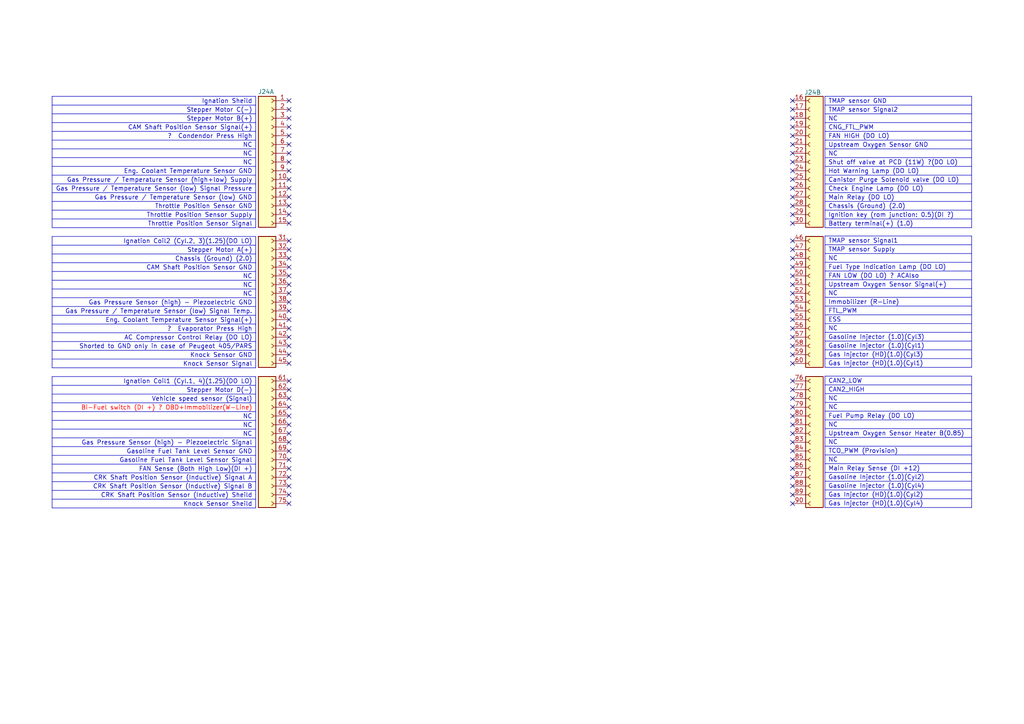
<source format=kicad_sch>
(kicad_sch (version 20250114) (generator "eeschema") (generator_version "9.0")
  (paper "A4")
  (lib_symbols
    (symbol "Conn_01x90_3Row_Socket_1" (pin_names (offset 1.016) (hide yes))
      (property "Reference" "J" (at 1.524 60.833 0))
      (property "Value" "Conn_01x90_3Row_Socket" (at 1.397 -61.214 0))
      (symbol "Conn_01x90_3Row_Socket_1_1_1"
        (pin passive line (at -4.318 58.42 0) (length 3.81) (name "A1") (number "1"))
        (pin passive line (at -4.318 55.88 0) (length 3.81) (name "A2") (number "2"))
        (pin passive line (at -4.318 53.34 0) (length 3.81) (name "A3") (number "3"))
        (pin passive line (at -4.318 50.8 0) (length 3.81) (name "A4") (number "4"))
        (pin passive line (at -4.318 48.26 0) (length 3.81) (name "A5") (number "5"))
        (pin passive line (at -4.318 45.72 0) (length 3.81) (name "A6") (number "6"))
        (pin passive line (at -4.318 43.18 0) (length 3.81) (name "A7") (number "7"))
        (pin passive line (at -4.318 40.64 0) (length 3.81) (name "A8") (number "8"))
        (pin passive line (at -4.318 38.1 0) (length 3.81) (name "A9") (number "9"))
        (pin passive line (at -4.318 35.56 0) (length 3.81) (name "A10") (number "10"))
        (pin passive line (at -4.318 33.02 0) (length 3.81) (name "A11") (number "11"))
        (pin passive line (at -4.318 30.48 0) (length 3.81) (name "A12") (number "12"))
        (pin passive line (at -4.318 27.94 0) (length 3.81) (name "A13") (number "13"))
        (pin passive line (at -4.318 25.4 0) (length 3.81) (name "A14") (number "14"))
        (pin passive line (at -4.318 22.86 0) (length 3.81) (name "A15") (number "15"))
        (pin passive line (at -4.318 17.78 0) (length 3.81) (name "A31") (number "31"))
        (pin passive line (at -4.318 15.24 0) (length 3.81) (name "A32") (number "32"))
        (pin passive line (at -4.318 12.7 0) (length 3.81) (name "A33") (number "33"))
        (pin passive line (at -4.318 10.16 0) (length 3.81) (name "A34") (number "34"))
        (pin passive line (at -4.318 7.62 0) (length 3.81) (name "A35") (number "35"))
        (pin passive line (at -4.318 5.08 0) (length 3.81) (name "A36") (number "36"))
        (pin passive line (at -4.318 2.54 0) (length 3.81) (name "A37") (number "37"))
        (pin passive line (at -4.318 0 0) (length 3.81) (name "A38") (number "38"))
        (pin passive line (at -4.318 -2.54 0) (length 3.81) (name "A39") (number "39"))
        (pin passive line (at -4.318 -5.08 0) (length 3.81) (name "A40") (number "40"))
        (pin passive line (at -4.318 -7.62 0) (length 3.81) (name "A41") (number "41"))
        (pin passive line (at -4.318 -10.16 0) (length 3.81) (name "A42") (number "42"))
        (pin passive line (at -4.318 -12.7 0) (length 3.81) (name "A43") (number "43"))
        (pin passive line (at -4.318 -15.24 0) (length 3.81) (name "A44") (number "44"))
        (pin passive line (at -4.318 -17.78 0) (length 3.81) (name "A45") (number "45"))
        (pin passive line (at -4.318 -22.86 0) (length 3.81) (name "A61") (number "61"))
        (pin passive line (at -4.318 -25.4 0) (length 3.81) (name "A62") (number "62"))
        (pin passive line (at -4.318 -27.94 0) (length 3.81) (name "A63") (number "63"))
        (pin passive line (at -4.318 -30.48 0) (length 3.81) (name "A64") (number "64"))
        (pin passive line (at -4.318 -33.02 0) (length 3.81) (name "A65") (number "65"))
        (pin passive line (at -4.318 -35.56 0) (length 3.81) (name "A66") (number "66"))
        (pin passive line (at -4.318 -38.1 0) (length 3.81) (name "A67") (number "67"))
        (pin passive line (at -4.318 -40.64 0) (length 3.81) (name "A68") (number "68"))
        (pin passive line (at -4.318 -43.18 0) (length 3.81) (name "A69") (number "69"))
        (pin passive line (at -4.318 -45.72 0) (length 3.81) (name "A70") (number "70"))
        (pin passive line (at -4.318 -48.26 0) (length 3.81) (name "A71") (number "71"))
        (pin passive line (at -4.318 -50.8 0) (length 3.81) (name "A72") (number "72"))
        (pin passive line (at -4.318 -53.34 0) (length 3.81) (name "A73") (number "73"))
        (pin passive line (at -4.318 -55.88 0) (length 3.81) (name "A74") (number "74"))
        (pin passive line (at -4.318 -58.42 0) (length 3.81) (name "A75") (number "75"))
      )
      (symbol "Conn_01x90_3Row_Socket_1_2_1"
        (pin passive line (at -4.318 58.42 0) (length 3.81) (name "B16") (number "16"))
        (pin passive line (at -4.318 55.88 0) (length 3.81) (name "B17") (number "17"))
        (pin passive line (at -4.318 53.34 0) (length 3.81) (name "B18") (number "18"))
        (pin passive line (at -4.318 50.8 0) (length 3.81) (name "B19") (number "19"))
        (pin passive line (at -4.318 48.26 0) (length 3.81) (name "B20") (number "20"))
        (pin passive line (at -4.318 45.72 0) (length 3.81) (name "B21") (number "21"))
        (pin passive line (at -4.318 43.18 0) (length 3.81) (name "B22") (number "22"))
        (pin passive line (at -4.318 40.64 0) (length 3.81) (name "B23") (number "23"))
        (pin passive line (at -4.318 38.1 0) (length 3.81) (name "B24") (number "24"))
        (pin passive line (at -4.318 35.56 0) (length 3.81) (name "B25") (number "25"))
        (pin passive line (at -4.318 33.02 0) (length 3.81) (name "B26") (number "26"))
        (pin passive line (at -4.318 30.48 0) (length 3.81) (name "B27") (number "27"))
        (pin passive line (at -4.318 27.94 0) (length 3.81) (name "B28") (number "28"))
        (pin passive line (at -4.318 25.4 0) (length 3.81) (name "B29") (number "29"))
        (pin passive line (at -4.318 22.86 0) (length 3.81) (name "B30") (number "30"))
        (pin passive line (at -4.318 17.78 0) (length 3.81) (name "B46") (number "46"))
        (pin passive line (at -4.318 15.24 0) (length 3.81) (name "B47") (number "47"))
        (pin passive line (at -4.318 12.7 0) (length 3.81) (name "B48") (number "48"))
        (pin passive line (at -4.318 10.16 0) (length 3.81) (name "B49") (number "49"))
        (pin passive line (at -4.318 7.62 0) (length 3.81) (name "B50") (number "50"))
        (pin passive line (at -4.318 5.08 0) (length 3.81) (name "B51") (number "51"))
        (pin passive line (at -4.318 2.54 0) (length 3.81) (name "B52") (number "52"))
        (pin passive line (at -4.318 0 0) (length 3.81) (name "B53") (number "53"))
        (pin passive line (at -4.318 -2.54 0) (length 3.81) (name "B54") (number "54"))
        (pin passive line (at -4.318 -5.08 0) (length 3.81) (name "B55") (number "55"))
        (pin passive line (at -4.318 -7.62 0) (length 3.81) (name "B56") (number "56"))
        (pin passive line (at -4.318 -10.16 0) (length 3.81) (name "B57") (number "57"))
        (pin passive line (at -4.318 -12.7 0) (length 3.81) (name "B58") (number "58"))
        (pin passive line (at -4.318 -15.24 0) (length 3.81) (name "B59") (number "59"))
        (pin passive line (at -4.318 -17.78 0) (length 3.81) (name "B60") (number "60"))
        (pin passive line (at -4.318 -22.86 0) (length 3.81) (name "B76") (number "76"))
        (pin passive line (at -4.318 -25.4 0) (length 3.81) (name "B77") (number "77"))
        (pin passive line (at -4.318 -27.94 0) (length 3.81) (name "B78") (number "78"))
        (pin passive line (at -4.318 -30.48 0) (length 3.81) (name "B79") (number "79"))
        (pin passive line (at -4.318 -33.02 0) (length 3.81) (name "B80") (number "80"))
        (pin passive line (at -4.318 -35.56 0) (length 3.81) (name "B81") (number "81"))
        (pin passive line (at -4.318 -38.1 0) (length 3.81) (name "B82") (number "82"))
        (pin passive line (at -4.318 -40.64 0) (length 3.81) (name "B83") (number "83"))
        (pin passive line (at -4.318 -43.18 0) (length 3.81) (name "B84") (number "84"))
        (pin passive line (at -4.318 -45.72 0) (length 3.81) (name "B85") (number "85"))
        (pin passive line (at -4.318 -48.26 0) (length 3.81) (name "B86") (number "86"))
        (pin passive line (at -4.318 -50.8 0) (length 3.81) (name "B87") (number "87"))
        (pin passive line (at -4.318 -53.34 0) (length 3.81) (name "B88") (number "88"))
        (pin passive line (at -4.318 -55.88 0) (length 3.81) (name "B89") (number "89"))
        (pin passive line (at -4.318 -58.42 0) (length 3.81) (name "B90") (number "90"))
      )
    )
    (symbol "sicma_socket:Conn_01x90_3Row_Socket" (pin_names (offset 1.016) (hide yes))
      (property "Reference" "J" (at 1.524 60.833 0))
      (property "Value" "Conn_01x90_3Row_Socket" (at 1.397 -61.214 0))
      (symbol "Conn_01x90_3Row_Socket_1_1"
        (pin passive line (at -4.318 58.42 0) (length 3.81) (name "A1") (number "1"))
        (pin passive line (at -4.318 55.88 0) (length 3.81) (name "A2") (number "2"))
        (pin passive line (at -4.318 53.34 0) (length 3.81) (name "A3") (number "3"))
        (pin passive line (at -4.318 50.8 0) (length 3.81) (name "A4") (number "4"))
        (pin passive line (at -4.318 48.26 0) (length 3.81) (name "A5") (number "5"))
        (pin passive line (at -4.318 45.72 0) (length 3.81) (name "A6") (number "6"))
        (pin passive line (at -4.318 43.18 0) (length 3.81) (name "A7") (number "7"))
        (pin passive line (at -4.318 40.64 0) (length 3.81) (name "A8") (number "8"))
        (pin passive line (at -4.318 38.1 0) (length 3.81) (name "A9") (number "9"))
        (pin passive line (at -4.318 35.56 0) (length 3.81) (name "A10") (number "10"))
        (pin passive line (at -4.318 33.02 0) (length 3.81) (name "A11") (number "11"))
        (pin passive line (at -4.318 30.48 0) (length 3.81) (name "A12") (number "12"))
        (pin passive line (at -4.318 27.94 0) (length 3.81) (name "A13") (number "13"))
        (pin passive line (at -4.318 25.4 0) (length 3.81) (name "A14") (number "14"))
        (pin passive line (at -4.318 22.86 0) (length 3.81) (name "A15") (number "15"))
        (pin passive line (at -4.318 17.78 0) (length 3.81) (name "A31") (number "31"))
        (pin passive line (at -4.318 15.24 0) (length 3.81) (name "A32") (number "32"))
        (pin passive line (at -4.318 12.7 0) (length 3.81) (name "A33") (number "33"))
        (pin passive line (at -4.318 10.16 0) (length 3.81) (name "A34") (number "34"))
        (pin passive line (at -4.318 7.62 0) (length 3.81) (name "A35") (number "35"))
        (pin passive line (at -4.318 5.08 0) (length 3.81) (name "A36") (number "36"))
        (pin passive line (at -4.318 2.54 0) (length 3.81) (name "A37") (number "37"))
        (pin passive line (at -4.318 0 0) (length 3.81) (name "A38") (number "38"))
        (pin passive line (at -4.318 -2.54 0) (length 3.81) (name "A39") (number "39"))
        (pin passive line (at -4.318 -5.08 0) (length 3.81) (name "A40") (number "40"))
        (pin passive line (at -4.318 -7.62 0) (length 3.81) (name "A41") (number "41"))
        (pin passive line (at -4.318 -10.16 0) (length 3.81) (name "A42") (number "42"))
        (pin passive line (at -4.318 -12.7 0) (length 3.81) (name "A43") (number "43"))
        (pin passive line (at -4.318 -15.24 0) (length 3.81) (name "A44") (number "44"))
        (pin passive line (at -4.318 -17.78 0) (length 3.81) (name "A45") (number "45"))
        (pin passive line (at -4.318 -22.86 0) (length 3.81) (name "A61") (number "61"))
        (pin passive line (at -4.318 -25.4 0) (length 3.81) (name "A62") (number "62"))
        (pin passive line (at -4.318 -27.94 0) (length 3.81) (name "A63") (number "63"))
        (pin passive line (at -4.318 -30.48 0) (length 3.81) (name "A64") (number "64"))
        (pin passive line (at -4.318 -33.02 0) (length 3.81) (name "A65") (number "65"))
        (pin passive line (at -4.318 -35.56 0) (length 3.81) (name "A66") (number "66"))
        (pin passive line (at -4.318 -38.1 0) (length 3.81) (name "A67") (number "67"))
        (pin passive line (at -4.318 -40.64 0) (length 3.81) (name "A68") (number "68"))
        (pin passive line (at -4.318 -43.18 0) (length 3.81) (name "A69") (number "69"))
        (pin passive line (at -4.318 -45.72 0) (length 3.81) (name "A70") (number "70"))
        (pin passive line (at -4.318 -48.26 0) (length 3.81) (name "A71") (number "71"))
        (pin passive line (at -4.318 -50.8 0) (length 3.81) (name "A72") (number "72"))
        (pin passive line (at -4.318 -53.34 0) (length 3.81) (name "A73") (number "73"))
        (pin passive line (at -4.318 -55.88 0) (length 3.81) (name "A74") (number "74"))
        (pin passive line (at -4.318 -58.42 0) (length 3.81) (name "A75") (number "75"))
      )
      (symbol "Conn_01x90_3Row_Socket_2_1"
        (pin passive line (at -4.318 58.42 0) (length 3.81) (name "B16") (number "16"))
        (pin passive line (at -4.318 55.88 0) (length 3.81) (name "B17") (number "17"))
        (pin passive line (at -4.318 53.34 0) (length 3.81) (name "B18") (number "18"))
        (pin passive line (at -4.318 50.8 0) (length 3.81) (name "B19") (number "19"))
        (pin passive line (at -4.318 48.26 0) (length 3.81) (name "B20") (number "20"))
        (pin passive line (at -4.318 45.72 0) (length 3.81) (name "B21") (number "21"))
        (pin passive line (at -4.318 43.18 0) (length 3.81) (name "B22") (number "22"))
        (pin passive line (at -4.318 40.64 0) (length 3.81) (name "B23") (number "23"))
        (pin passive line (at -4.318 38.1 0) (length 3.81) (name "B24") (number "24"))
        (pin passive line (at -4.318 35.56 0) (length 3.81) (name "B25") (number "25"))
        (pin passive line (at -4.318 33.02 0) (length 3.81) (name "B26") (number "26"))
        (pin passive line (at -4.318 30.48 0) (length 3.81) (name "B27") (number "27"))
        (pin passive line (at -4.318 27.94 0) (length 3.81) (name "B28") (number "28"))
        (pin passive line (at -4.318 25.4 0) (length 3.81) (name "B29") (number "29"))
        (pin passive line (at -4.318 22.86 0) (length 3.81) (name "B30") (number "30"))
        (pin passive line (at -4.318 17.78 0) (length 3.81) (name "B46") (number "46"))
        (pin passive line (at -4.318 15.24 0) (length 3.81) (name "B47") (number "47"))
        (pin passive line (at -4.318 12.7 0) (length 3.81) (name "B48") (number "48"))
        (pin passive line (at -4.318 10.16 0) (length 3.81) (name "B49") (number "49"))
        (pin passive line (at -4.318 7.62 0) (length 3.81) (name "B50") (number "50"))
        (pin passive line (at -4.318 5.08 0) (length 3.81) (name "B51") (number "51"))
        (pin passive line (at -4.318 2.54 0) (length 3.81) (name "B52") (number "52"))
        (pin passive line (at -4.318 0 0) (length 3.81) (name "B53") (number "53"))
        (pin passive line (at -4.318 -2.54 0) (length 3.81) (name "B54") (number "54"))
        (pin passive line (at -4.318 -5.08 0) (length 3.81) (name "B55") (number "55"))
        (pin passive line (at -4.318 -7.62 0) (length 3.81) (name "B56") (number "56"))
        (pin passive line (at -4.318 -10.16 0) (length 3.81) (name "B57") (number "57"))
        (pin passive line (at -4.318 -12.7 0) (length 3.81) (name "B58") (number "58"))
        (pin passive line (at -4.318 -15.24 0) (length 3.81) (name "B59") (number "59"))
        (pin passive line (at -4.318 -17.78 0) (length 3.81) (name "B60") (number "60"))
        (pin passive line (at -4.318 -22.86 0) (length 3.81) (name "B76") (number "76"))
        (pin passive line (at -4.318 -25.4 0) (length 3.81) (name "B77") (number "77"))
        (pin passive line (at -4.318 -27.94 0) (length 3.81) (name "B78") (number "78"))
        (pin passive line (at -4.318 -30.48 0) (length 3.81) (name "B79") (number "79"))
        (pin passive line (at -4.318 -33.02 0) (length 3.81) (name "B80") (number "80"))
        (pin passive line (at -4.318 -35.56 0) (length 3.81) (name "B81") (number "81"))
        (pin passive line (at -4.318 -38.1 0) (length 3.81) (name "B82") (number "82"))
        (pin passive line (at -4.318 -40.64 0) (length 3.81) (name "B83") (number "83"))
        (pin passive line (at -4.318 -43.18 0) (length 3.81) (name "B84") (number "84"))
        (pin passive line (at -4.318 -45.72 0) (length 3.81) (name "B85") (number "85"))
        (pin passive line (at -4.318 -48.26 0) (length 3.81) (name "B86") (number "86"))
        (pin passive line (at -4.318 -50.8 0) (length 3.81) (name "B87") (number "87"))
        (pin passive line (at -4.318 -53.34 0) (length 3.81) (name "B88") (number "88"))
        (pin passive line (at -4.318 -55.88 0) (length 3.81) (name "B89") (number "89"))
        (pin passive line (at -4.318 -58.42 0) (length 3.81) (name "B90") (number "90"))
      )
    )
  )
  (no_connect (at 83.82 130.81))
  (no_connect (at 229.87 29.21))
  (no_connect (at 229.87 82.55))
  (no_connect (at 83.82 138.43))
  (no_connect (at 83.82 62.23))
  (no_connect (at 229.87 92.71))
  (no_connect (at 229.87 57.15))
  (no_connect (at 83.82 36.83))
  (no_connect (at 229.87 118.11))
  (no_connect (at 229.87 105.41))
  (no_connect (at 229.87 128.27))
  (no_connect (at 229.87 31.75))
  (no_connect (at 229.87 135.89))
  (no_connect (at 83.82 74.93))
  (no_connect (at 229.87 64.77))
  (no_connect (at 83.82 90.17))
  (no_connect (at 229.87 36.83))
  (no_connect (at 83.82 95.25))
  (no_connect (at 83.82 125.73))
  (no_connect (at 83.82 34.29))
  (no_connect (at 83.82 97.79))
  (no_connect (at 229.87 90.17))
  (no_connect (at 229.87 85.09))
  (no_connect (at 229.87 34.29))
  (no_connect (at 229.87 80.01))
  (no_connect (at 83.82 87.63))
  (no_connect (at 229.87 120.65))
  (no_connect (at 83.82 31.75))
  (no_connect (at 83.82 52.07))
  (no_connect (at 229.87 62.23))
  (no_connect (at 83.82 92.71))
  (no_connect (at 83.82 44.45))
  (no_connect (at 229.87 113.03))
  (no_connect (at 229.87 138.43))
  (no_connect (at 229.87 39.37))
  (no_connect (at 83.82 39.37))
  (no_connect (at 83.82 118.11))
  (no_connect (at 83.82 115.57))
  (no_connect (at 229.87 146.05))
  (no_connect (at 229.87 143.51))
  (no_connect (at 83.82 100.33))
  (no_connect (at 83.82 29.21))
  (no_connect (at 83.82 105.41))
  (no_connect (at 83.82 123.19))
  (no_connect (at 83.82 120.65))
  (no_connect (at 83.82 140.97))
  (no_connect (at 83.82 54.61))
  (no_connect (at 83.82 85.09))
  (no_connect (at 229.87 41.91))
  (no_connect (at 229.87 102.87))
  (no_connect (at 83.82 69.85))
  (no_connect (at 229.87 74.93))
  (no_connect (at 229.87 130.81))
  (no_connect (at 229.87 140.97))
  (no_connect (at 229.87 97.79))
  (no_connect (at 83.82 77.47))
  (no_connect (at 229.87 87.63))
  (no_connect (at 229.87 49.53))
  (no_connect (at 229.87 95.25))
  (no_connect (at 83.82 82.55))
  (no_connect (at 83.82 143.51))
  (no_connect (at 229.87 54.61))
  (no_connect (at 83.82 64.77))
  (no_connect (at 229.87 44.45))
  (no_connect (at 229.87 69.85))
  (no_connect (at 83.82 135.89))
  (no_connect (at 229.87 46.99))
  (no_connect (at 83.82 46.99))
  (no_connect (at 83.82 110.49))
  (no_connect (at 83.82 59.69))
  (no_connect (at 229.87 125.73))
  (no_connect (at 229.87 133.35))
  (no_connect (at 83.82 128.27))
  (no_connect (at 229.87 123.19))
  (no_connect (at 83.82 72.39))
  (no_connect (at 229.87 52.07))
  (no_connect (at 229.87 115.57))
  (no_connect (at 83.82 57.15))
  (no_connect (at 229.87 77.47))
  (no_connect (at 83.82 102.87))
  (no_connect (at 83.82 133.35))
  (no_connect (at 229.87 110.49))
  (no_connect (at 83.82 41.91))
  (no_connect (at 229.87 100.33))
  (no_connect (at 83.82 146.05))
  (no_connect (at 83.82 113.03))
  (no_connect (at 229.87 59.69))
  (no_connect (at 83.82 80.01))
  (no_connect (at 83.82 49.53))
  (no_connect (at 229.87 72.39))
  (table (column_count 1) (border (external yes) (header yes)) (separators (rows yes) (cols yes)) (column_widths 42.545) (row_heights 2.54 2.54 2.54 2.54 2.54 2.54 2.54 2.54 2.54 2.54 2.54 2.54 2.54 2.54 2.54) (cells (table_cell "CAN2_LOW" (at 239.268 109.093 0) (size 42.545 2.54) (margins 0.9525 0.9525 0.9525 0.9525) (span 1 1)) (table_cell "CAN2_HIGH" (at 239.268 111.633 0) (size 42.545 2.54) (margins 0.9525 0.9525 0.9525 0.9525) (span 1 1)) (table_cell "NC" (at 239.268 114.173 0) (size 42.545 2.54) (margins 0.9525 0.9525 0.9525 0.9525) (span 1 1)) (table_cell "NC" (at 239.268 116.713 0) (size 42.545 2.54) (margins 0.9525 0.9525 0.9525 0.9525) (span 1 1)) (table_cell "Fuel Pump Relay (DO LO)" (at 239.268 119.253 0) (size 42.545 2.54) (margins 0.9525 0.9525 0.9525 0.9525) (span 1 1)) (table_cell "NC" (at 239.268 121.793 0) (size 42.545 2.54) (margins 0.9525 0.9525 0.9525 0.9525) (span 1 1)) (table_cell "Upstream Oxygen Sensor Heater B(0.85)" (at 239.268 124.333 0) (size 42.545 2.54) (margins 0.9525 0.9525 0.9525 0.9525) (span 1 1)) (table_cell "NC" (at 239.268 126.873 0) (size 42.545 2.54) (margins 0.9525 0.9525 0.9525 0.9525) (span 1 1)) (table_cell "TCO_PWM (Provision)" (at 239.268 129.413 0) (size 42.545 2.54) (margins 0.9525 0.9525 0.9525 0.9525) (span 1 1)) (table_cell "NC" (at 239.268 131.953 0) (size 42.545 2.54) (margins 0.9525 0.9525 0.9525 0.9525) (span 1 1)) (table_cell "Main Relay Sense (DI +12)" (at 239.268 134.493 0) (size 42.545 2.54) (margins 0.9525 0.9525 0.9525 0.9525) (span 1 1)) (table_cell "Gasoline Injector (1.0)(Cyl2)" (at 239.268 137.033 0) (size 42.545 2.54) (margins 0.9525 0.9525 0.9525 0.9525) (span 1 1)) (table_cell "Gasoline Injector (1.0)(Cyl4)" (at 239.268 139.573 0) (size 42.545 2.54) (margins 0.9525 0.9525 0.9525 0.9525) (span 1 1)) (table_cell "Gas Injector (HD)(1.0)(Cyl2)" (at 239.268 142.113 0) (size 42.545 2.54) (margins 0.9525 0.9525 0.9525 0.9525) (span 1 1)) (table_cell "Gas Injector (HD)(1.0)(Cyl4)" (at 239.268 144.653 0) (size 42.545 2.54) (margins 0.9525 0.9525 0.9525 0.9525) (span 1 1))))
  (table (column_count 1) (border (external yes) (header no)) (separators (rows yes) (cols no)) (column_widths 59.055) (row_heights 2.54 2.54 2.54 2.54 2.54 2.54 2.54 2.54 2.54 2.54 2.54 2.54 2.54 2.54 2.54) (cells (table_cell "Ignation Sheild" (at 15.113 27.94 0) (size 59.055 2.54) (margins 0.9525 0.9525 0.9525 0.9525) (span 1 1)) (table_cell "Stepper Motor C(-)" (at 15.113 30.48 0) (size 59.055 2.54) (margins 0.9525 0.9525 0.9525 0.9525) (span 1 1)) (table_cell "Stepper Motor B(+)" (at 15.113 33.02 0) (size 59.055 2.54) (margins 0.9525 0.9525 0.9525 0.9525) (span 1 1)) (table_cell "CAM Shaft Position Sensor Signal(+)" (at 15.113 35.56 0) (size 59.055 2.54) (margins 0.9525 0.9525 0.9525 0.9525) (span 1 1)) (table_cell "?  Condendor Press High" (at 15.113 38.1 0) (size 59.055 2.54) (margins 0.9525 0.9525 0.9525 0.9525) (span 1 1)) (table_cell "NC" (at 15.113 40.64 0) (size 59.055 2.54) (margins 0.9525 0.9525 0.9525 0.9525) (span 1 1)) (table_cell "NC" (at 15.113 43.18 0) (size 59.055 2.54) (margins 0.9525 0.9525 0.9525 0.9525) (span 1 1)) (table_cell "NC" (at 15.113 45.72 0) (size 59.055 2.54) (margins 0.9525 0.9525 0.9525 0.9525) (span 1 1)) (table_cell "Eng. Coolant Temperature Sensor GND" (at 15.113 48.26 0) (size 59.055 2.54) (margins 0.9525 0.9525 0.9525 0.9525) (span 1 1)) (table_cell "Gas Pressure / Temperature Sensor (high+low) Supply" (at 15.113 50.8 0) (size 59.055 2.54) (margins 0.9525 0.9525 0.9525 0.9525) (span 1 1)) (table_cell "Gas Pressure / Temperature Sensor (low) Signal Pressure" (at 15.113 53.34 0) (size 59.055 2.54) (margins 0.9525 0.9525 0.9525 0.9525) (span 1 1)) (table_cell "Gas Pressure / Temperature Sensor (low) GND" (at 15.113 55.88 0) (size 59.055 2.54) (margins 0.9525 0.9525 0.9525 0.9525) (span 1 1)) (table_cell "Throttle Position Sensor GND" (at 15.113 58.42 0) (size 59.055 2.54) (margins 0.9525 0.9525 0.9525 0.9525) (span 1 1)) (table_cell "Throttle Position Sensor Supply" (at 15.113 60.96 0) (size 59.055 2.54) (margins 0.9525 0.9525 0.9525 0.9525) (span 1 1)) (table_cell "Throttle Position Sensor Signal" (at 15.113 63.5 0) (size 59.055 2.54) (margins 0.9525 0.9525 0.9525 0.9525) (span 1 1))))
  (table (column_count 1) (border (external yes) (header yes)) (separators (rows yes) (cols yes)) (column_widths 42.545) (row_heights 2.54 2.54 2.54 2.54 2.54 2.54 2.54 2.54 2.54 2.54 2.54 2.54 2.54 2.54 2.54) (cells (table_cell "TMAP sensor Signal1" (at 239.268 68.453 0) (size 42.545 2.54) (margins 0.9525 0.9525 0.9525 0.9525) (span 1 1)) (table_cell "TMAP sensor Supply" (at 239.268 70.993 0) (size 42.545 2.54) (margins 0.9525 0.9525 0.9525 0.9525) (span 1 1)) (table_cell "NC" (at 239.268 73.533 0) (size 42.545 2.54) (margins 0.9525 0.9525 0.9525 0.9525) (span 1 1)) (table_cell "Fuel Type Indication Lamp (DO LO)" (at 239.268 76.073 0) (size 42.545 2.54) (margins 0.9525 0.9525 0.9525 0.9525) (span 1 1)) (table_cell "FAN LOW (DO LO) ? ACAlso" (at 239.268 78.613 0) (size 42.545 2.54) (margins 0.9525 0.9525 0.9525 0.9525) (span 1 1)) (table_cell "Upstream Oxygen Sensor Signal(+)" (at 239.268 81.153 0) (size 42.545 2.54) (margins 0.9525 0.9525 0.9525 0.9525) (span 1 1)) (table_cell "NC" (at 239.268 83.693 0) (size 42.545 2.54) (margins 0.9525 0.9525 0.9525 0.9525) (span 1 1)) (table_cell "Immobilizer (R-Line)" (at 239.268 86.233 0) (size 42.545 2.54) (margins 0.9525 0.9525 0.9525 0.9525) (span 1 1)) (table_cell "FTL_PWM" (at 239.268 88.773 0) (size 42.545 2.54) (margins 0.9525 0.9525 0.9525 0.9525) (span 1 1)) (table_cell "ESS" (at 239.268 91.313 0) (size 42.545 2.54) (margins 0.9525 0.9525 0.9525 0.9525) (span 1 1)) (table_cell "NC" (at 239.268 93.853 0) (size 42.545 2.54) (margins 0.9525 0.9525 0.9525 0.9525) (span 1 1)) (table_cell "Gasoline Injector (1.0)(Cyl3)" (at 239.268 96.393 0) (size 42.545 2.54) (margins 0.9525 0.9525 0.9525 0.9525) (span 1 1)) (table_cell "Gasoline Injector (1.0)(Cyl1)" (at 239.268 98.933 0) (size 42.545 2.54) (margins 0.9525 0.9525 0.9525 0.9525) (span 1 1)) (table_cell "Gas Injector (HD)(1.0)(Cyl3)" (at 239.268 101.473 0) (size 42.545 2.54) (margins 0.9525 0.9525 0.9525 0.9525) (span 1 1)) (table_cell "Gas Injector (HD)(1.0)(Cyl1)" (at 239.268 104.013 0) (size 42.545 2.54) (margins 0.9525 0.9525 0.9525 0.9525) (span 1 1))))
  (table (column_count 1) (border (external yes) (header yes)) (separators (rows yes) (cols yes)) (column_widths 59.055) (row_heights 2.54 2.54 2.54 2.54 2.54 2.54 2.54 2.54 2.54 2.54 2.54 2.54 2.54 2.54 2.54) (cells (table_cell "Ignation Coil2 (Cyl.2, 3)(1.25)(DO LO)" (at 15.113 68.58 0) (size 59.055 2.54) (margins 0.9525 0.9525 0.9525 0.9525) (span 1 1)) (table_cell "Stepper Motor A(+)" (at 15.113 71.12 0) (size 59.055 2.54) (margins 0.9525 0.9525 0.9525 0.9525) (span 1 1)) (table_cell "Chassis (Ground) (2.0)" (at 15.113 73.66 0) (size 59.055 2.54) (margins 0.9525 0.9525 0.9525 0.9525) (span 1 1)) (table_cell "CAM Shaft Position Sensor GND" (at 15.113 76.2 0) (size 59.055 2.54) (margins 0.9525 0.9525 0.9525 0.9525) (span 1 1)) (table_cell "NC" (at 15.113 78.74 0) (size 59.055 2.54) (margins 0.9525 0.9525 0.9525 0.9525) (span 1 1)) (table_cell "NC" (at 15.113 81.28 0) (size 59.055 2.54) (margins 0.9525 0.9525 0.9525 0.9525) (span 1 1)) (table_cell "NC" (at 15.113 83.82 0) (size 59.055 2.54) (margins 0.9525 0.9525 0.9525 0.9525) (span 1 1)) (table_cell "Gas Pressure Sensor (high) - Piezoelectric GND" (at 15.113 86.36 0) (size 59.055 2.54) (margins 0.9525 0.9525 0.9525 0.9525) (span 1 1)) (table_cell "Gas Pressure / Temperature Sensor (low) Signal Temp." (at 15.113 88.9 0) (size 59.055 2.54) (margins 0.9525 0.9525 0.9525 0.9525) (span 1 1)) (table_cell "Eng. Coolant Temperature Sensor Signal(+)" (at 15.113 91.44 0) (size 59.055 2.54) (margins 0.9525 0.9525 0.9525 0.9525) (span 1 1)) (table_cell "?  Evaporator Press High" (at 15.113 93.98 0) (size 59.055 2.54) (margins 0.9525 0.9525 0.9525 0.9525) (span 1 1)) (table_cell "AC Compressor Control Relay (DO LO)" (at 15.113 96.52 0) (size 59.055 2.54) (margins 0.9525 0.9525 0.9525 0.9525) (span 1 1)) (table_cell "Shorted to GND only in case of Peugeot 405/PARS" (at 15.113 99.06 0) (size 59.055 2.54) (margins 0.9525 0.9525 0.9525 0.9525) (span 1 1)) (table_cell "Knock Sensor GND" (at 15.113 101.6 0) (size 59.055 2.54) (margins 0.9525 0.9525 0.9525 0.9525) (span 1 1)) (table_cell "Knock Sensor Signal" (at 15.113 104.14 0) (size 59.055 2.54) (margins 0.9525 0.9525 0.9525 0.9525) (span 1 1))))
  (table (column_count 1) (border (external yes) (header yes)) (separators (rows yes) (cols yes)) (column_widths 59.055) (row_heights 2.54 2.54 2.54 2.54 2.54 2.54 2.54 2.54 2.54 2.54 2.54 2.54 2.54 2.54 2.54) (cells (table_cell "Ignation Coil1 (Cyl.1, 4)(1.25)(DO LO)" (at 15.113 109.22 0) (size 59.055 2.54) (margins 0.9525 0.9525 0.9525 0.9525) (span 1 1)) (table_cell "Stepper Motor D(-)" (at 15.113 111.76 0) (size 59.055 2.54) (margins 0.9525 0.9525 0.9525 0.9525) (span 1 1)) (table_cell "Vehicle speed sensor (Signal)" (at 15.113 114.3 0) (size 59.055 2.54) (margins 0.9525 0.9525 0.9525 0.9525) (span 1 1)) (table_cell "Bi-Fuel switch (DI +) ? OBD+Immobilizer(W-Line)" (at 15.113 116.84 0) (size 59.055 2.54) (margins 0.9525 0.9525 0.9525 0.9525) (span 1 1)) (table_cell "NC" (at 15.113 119.38 0) (size 59.055 2.54) (margins 0.9525 0.9525 0.9525 0.9525) (span 1 1)) (table_cell "NC" (at 15.113 121.92 0) (size 59.055 2.54) (margins 0.9525 0.9525 0.9525 0.9525) (span 1 1)) (table_cell "NC" (at 15.113 124.46 0) (size 59.055 2.54) (margins 0.9525 0.9525 0.9525 0.9525) (span 1 1)) (table_cell "Gas Pressure Sensor (high) - Piezoelectric Signal" (at 15.113 127 0) (size 59.055 2.54) (margins 0.9525 0.9525 0.9525 0.9525) (span 1 1)) (table_cell "Gasoline Fuel Tank Level Sensor GND" (at 15.113 129.54 0) (size 59.055 2.54) (margins 0.9525 0.9525 0.9525 0.9525) (span 1 1)) (table_cell "Gasoline Fuel Tank Level Sensor Signal" (at 15.113 132.08 0) (size 59.055 2.54) (margins 0.9525 0.9525 0.9525 0.9525) (span 1 1)) (table_cell "FAN Sense (Both High Low)(DI +)" (at 15.113 134.62 0) (size 59.055 2.54) (margins 0.9525 0.9525 0.9525 0.9525) (span 1 1)) (table_cell "CRK Shaft Position Sensor (Inductive) Signal A" (at 15.113 137.16 0) (size 59.055 2.54) (margins 0.9525 0.9525 0.9525 0.9525) (span 1 1)) (table_cell "CRK Shaft Position Sensor (Inductive) Signal B" (at 15.113 139.7 0) (size 59.055 2.54) (margins 0.9525 0.9525 0.9525 0.9525) (span 1 1)) (table_cell "CRK Shaft Position Sensor (Inductive) Sheild" (at 15.113 142.24 0) (size 59.055 2.54) (margins 0.9525 0.9525 0.9525 0.9525) (span 1 1)) (table_cell "Knock Sensor Sheild" (at 15.113 144.78 0) (size 59.055 2.54) (margins 0.9525 0.9525 0.9525 0.9525) (span 1 1))))
  (table (column_count 1) (border (external yes) (header yes)) (separators (rows yes) (cols yes)) (column_widths 42.545) (row_heights 2.54 2.54 2.54 2.54 2.54 2.54 2.54 2.54 2.54 2.54 2.54 2.54 2.54 2.54 2.54) (cells (table_cell "TMAP sensor GND" (at 239.268 27.94 0) (size 42.545 2.54) (margins 0.9525 0.9525 0.9525 0.9525) (span 1 1)) (table_cell "TMAP sensor Signal2" (at 239.268 30.48 0) (size 42.545 2.54) (margins 0.9525 0.9525 0.9525 0.9525) (span 1 1)) (table_cell "NC" (at 239.268 33.02 0) (size 42.545 2.54) (margins 0.9525 0.9525 0.9525 0.9525) (span 1 1)) (table_cell "CNG_FTL_PWM" (at 239.268 35.56 0) (size 42.545 2.54) (margins 0.9525 0.9525 0.9525 0.9525) (span 1 1)) (table_cell "FAN HIGH (DO LO)" (at 239.268 38.1 0) (size 42.545 2.54) (margins 0.9525 0.9525 0.9525 0.9525) (span 1 1)) (table_cell "Upstream Oxygen Sensor GND" (at 239.268 40.64 0) (size 42.545 2.54) (margins 0.9525 0.9525 0.9525 0.9525) (span 1 1)) (table_cell "NC" (at 239.268 43.18 0) (size 42.545 2.54) (margins 0.9525 0.9525 0.9525 0.9525) (span 1 1)) (table_cell "Shut off valve at PCD (11W) ?(DO LO)" (at 239.268 45.72 0) (size 42.545 2.54) (margins 0.9525 0.9525 0.9525 0.9525) (span 1 1)) (table_cell "Hot Warning Lamp (DO LO)" (at 239.268 48.26 0) (size 42.545 2.54) (margins 0.9525 0.9525 0.9525 0.9525) (span 1 1)) (table_cell "Canistor Purge Solenoid valve (DO LO)" (at 239.268 50.8 0) (size 42.545 2.54) (margins 0.9525 0.9525 0.9525 0.9525) (span 1 1)) (table_cell "Check Engine Lamp (DO LO)" (at 239.268 53.34 0) (size 42.545 2.54) (margins 0.9525 0.9525 0.9525 0.9525) (span 1 1)) (table_cell "Main Relay (DO LO)" (at 239.268 55.88 0) (size 42.545 2.54) (margins 0.9525 0.9525 0.9525 0.9525) (span 1 1)) (table_cell "Chassis (Ground) (2.0)" (at 239.268 58.42 0) (size 42.545 2.54) (margins 0.9525 0.9525 0.9525 0.9525) (span 1 1)) (table_cell "Ignition key (rom junction: 0.5)(DI ?)" (at 239.268 60.96 0) (size 42.545 2.54) (margins 0.9525 0.9525 0.9525 0.9525) (span 1 1)) (table_cell "Battery terminal(+) (1.0)" (at 239.268 63.5 0) (size 42.545 2.54) (margins 0.9525 0.9525 0.9525 0.9525) (span 1 1))))
  (symbol (lib_name "Conn_01x90_3Row_Socket_1") (lib_id "sicma_socket:Conn_01x90_3Row_Socket") (at 234.188 87.63 0) (unit 2)
    (property "Reference" "J24" (at 235.712 26.797 0))
    (property "Value" "Conn_01x90_3Row_Socket" (effects (hide yes)))
    (property "Description" "\"Duble connector, triple row, 03x30, unit letter first pin numbering scheme (pin number form 1 to 90\"" (effects (hide yes)))
    (instances (project "peugeot" (path "" (reference "J24") (unit 2)) (path "" (reference "J9") (unit 2))))
  )
  (symbol (lib_id "sicma_socket:Conn_01x90_3Row_Socket") (at 79.502 87.63 0) (mirror y) (unit 1)
    (property "Reference" "J24" (at 79.502 26.6064 0) (effects (justify left)))
    (property "Value" "Conn_01x90_3Row_Socket" (effects (hide yes)))
    (property "Description" "\"Duble connector, triple row, 03x30, unit letter first pin numbering scheme (pin number form 1 to 90\"" (effects (hide yes)))
    (instances (project "peugeot" (path "" (reference "J24") (unit 1)) (path "" (reference "J9") (unit 1))))
  )
)
</source>
